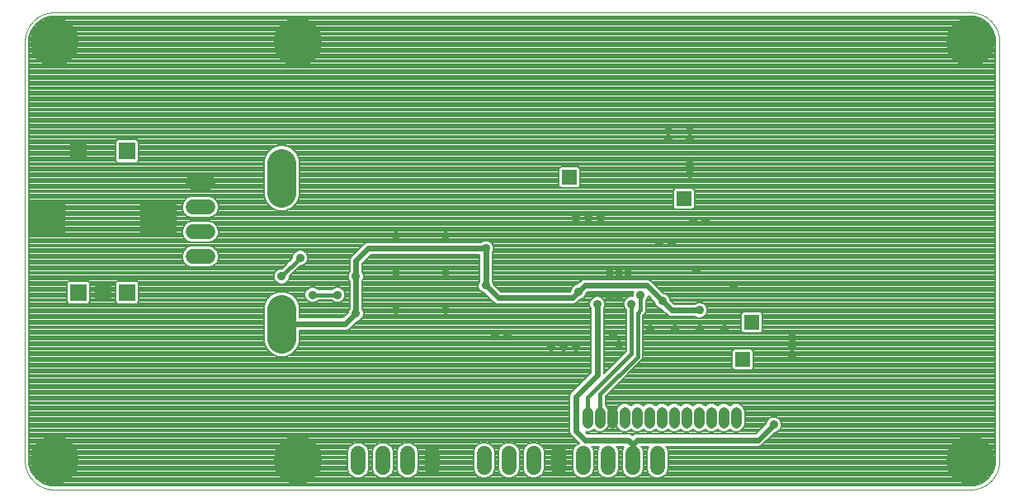
<source format=gbl>
G75*
%MOIN*%
%OFA0B0*%
%FSLAX25Y25*%
%IPPOS*%
%LPD*%
%AMOC8*
5,1,8,0,0,1.08239X$1,22.5*
%
%ADD10C,0.00394*%
%ADD11C,0.04362*%
%ADD12C,0.11811*%
%ADD13R,0.06693X0.06693*%
%ADD14R,0.14961X0.14961*%
%ADD15C,0.05937*%
%ADD16C,0.00787*%
%ADD17C,0.19685*%
%ADD18C,0.03562*%
%ADD19C,0.02400*%
%ADD20R,0.05906X0.05906*%
%ADD21C,0.01600*%
D10*
X0027595Y0013833D02*
X0027595Y0183125D01*
X0027598Y0183410D01*
X0027609Y0183696D01*
X0027626Y0183981D01*
X0027650Y0184265D01*
X0027681Y0184549D01*
X0027719Y0184832D01*
X0027764Y0185113D01*
X0027815Y0185394D01*
X0027873Y0185674D01*
X0027938Y0185952D01*
X0028010Y0186228D01*
X0028088Y0186502D01*
X0028173Y0186775D01*
X0028265Y0187045D01*
X0028363Y0187313D01*
X0028467Y0187579D01*
X0028578Y0187842D01*
X0028695Y0188102D01*
X0028818Y0188360D01*
X0028948Y0188614D01*
X0029084Y0188865D01*
X0029225Y0189113D01*
X0029373Y0189357D01*
X0029526Y0189598D01*
X0029686Y0189834D01*
X0029851Y0190067D01*
X0030021Y0190296D01*
X0030197Y0190521D01*
X0030379Y0190741D01*
X0030565Y0190957D01*
X0030757Y0191168D01*
X0030954Y0191375D01*
X0031156Y0191577D01*
X0031363Y0191774D01*
X0031574Y0191966D01*
X0031790Y0192152D01*
X0032010Y0192334D01*
X0032235Y0192510D01*
X0032464Y0192680D01*
X0032697Y0192845D01*
X0032933Y0193005D01*
X0033174Y0193158D01*
X0033418Y0193306D01*
X0033666Y0193447D01*
X0033917Y0193583D01*
X0034171Y0193713D01*
X0034429Y0193836D01*
X0034689Y0193953D01*
X0034952Y0194064D01*
X0035218Y0194168D01*
X0035486Y0194266D01*
X0035756Y0194358D01*
X0036029Y0194443D01*
X0036303Y0194521D01*
X0036579Y0194593D01*
X0036857Y0194658D01*
X0037137Y0194716D01*
X0037418Y0194767D01*
X0037699Y0194812D01*
X0037982Y0194850D01*
X0038266Y0194881D01*
X0038550Y0194905D01*
X0038835Y0194922D01*
X0039121Y0194933D01*
X0039406Y0194936D01*
X0409485Y0194936D01*
X0409770Y0194933D01*
X0410056Y0194922D01*
X0410341Y0194905D01*
X0410625Y0194881D01*
X0410909Y0194850D01*
X0411192Y0194812D01*
X0411473Y0194767D01*
X0411754Y0194716D01*
X0412034Y0194658D01*
X0412312Y0194593D01*
X0412588Y0194521D01*
X0412862Y0194443D01*
X0413135Y0194358D01*
X0413405Y0194266D01*
X0413673Y0194168D01*
X0413939Y0194064D01*
X0414202Y0193953D01*
X0414462Y0193836D01*
X0414720Y0193713D01*
X0414974Y0193583D01*
X0415225Y0193447D01*
X0415473Y0193306D01*
X0415717Y0193158D01*
X0415958Y0193005D01*
X0416194Y0192845D01*
X0416427Y0192680D01*
X0416656Y0192510D01*
X0416881Y0192334D01*
X0417101Y0192152D01*
X0417317Y0191966D01*
X0417528Y0191774D01*
X0417735Y0191577D01*
X0417937Y0191375D01*
X0418134Y0191168D01*
X0418326Y0190957D01*
X0418512Y0190741D01*
X0418694Y0190521D01*
X0418870Y0190296D01*
X0419040Y0190067D01*
X0419205Y0189834D01*
X0419365Y0189598D01*
X0419518Y0189357D01*
X0419666Y0189113D01*
X0419807Y0188865D01*
X0419943Y0188614D01*
X0420073Y0188360D01*
X0420196Y0188102D01*
X0420313Y0187842D01*
X0420424Y0187579D01*
X0420528Y0187313D01*
X0420626Y0187045D01*
X0420718Y0186775D01*
X0420803Y0186502D01*
X0420881Y0186228D01*
X0420953Y0185952D01*
X0421018Y0185674D01*
X0421076Y0185394D01*
X0421127Y0185113D01*
X0421172Y0184832D01*
X0421210Y0184549D01*
X0421241Y0184265D01*
X0421265Y0183981D01*
X0421282Y0183696D01*
X0421293Y0183410D01*
X0421296Y0183125D01*
X0421296Y0013833D01*
X0421293Y0013548D01*
X0421282Y0013262D01*
X0421265Y0012977D01*
X0421241Y0012693D01*
X0421210Y0012409D01*
X0421172Y0012126D01*
X0421127Y0011845D01*
X0421076Y0011564D01*
X0421018Y0011284D01*
X0420953Y0011006D01*
X0420881Y0010730D01*
X0420803Y0010456D01*
X0420718Y0010183D01*
X0420626Y0009913D01*
X0420528Y0009645D01*
X0420424Y0009379D01*
X0420313Y0009116D01*
X0420196Y0008856D01*
X0420073Y0008598D01*
X0419943Y0008344D01*
X0419807Y0008093D01*
X0419666Y0007845D01*
X0419518Y0007601D01*
X0419365Y0007360D01*
X0419205Y0007124D01*
X0419040Y0006891D01*
X0418870Y0006662D01*
X0418694Y0006437D01*
X0418512Y0006217D01*
X0418326Y0006001D01*
X0418134Y0005790D01*
X0417937Y0005583D01*
X0417735Y0005381D01*
X0417528Y0005184D01*
X0417317Y0004992D01*
X0417101Y0004806D01*
X0416881Y0004624D01*
X0416656Y0004448D01*
X0416427Y0004278D01*
X0416194Y0004113D01*
X0415958Y0003953D01*
X0415717Y0003800D01*
X0415473Y0003652D01*
X0415225Y0003511D01*
X0414974Y0003375D01*
X0414720Y0003245D01*
X0414462Y0003122D01*
X0414202Y0003005D01*
X0413939Y0002894D01*
X0413673Y0002790D01*
X0413405Y0002692D01*
X0413135Y0002600D01*
X0412862Y0002515D01*
X0412588Y0002437D01*
X0412312Y0002365D01*
X0412034Y0002300D01*
X0411754Y0002242D01*
X0411473Y0002191D01*
X0411192Y0002146D01*
X0410909Y0002108D01*
X0410625Y0002077D01*
X0410341Y0002053D01*
X0410056Y0002036D01*
X0409770Y0002025D01*
X0409485Y0002022D01*
X0039406Y0002022D01*
X0039121Y0002025D01*
X0038835Y0002036D01*
X0038550Y0002053D01*
X0038266Y0002077D01*
X0037982Y0002108D01*
X0037699Y0002146D01*
X0037418Y0002191D01*
X0037137Y0002242D01*
X0036857Y0002300D01*
X0036579Y0002365D01*
X0036303Y0002437D01*
X0036029Y0002515D01*
X0035756Y0002600D01*
X0035486Y0002692D01*
X0035218Y0002790D01*
X0034952Y0002894D01*
X0034689Y0003005D01*
X0034429Y0003122D01*
X0034171Y0003245D01*
X0033917Y0003375D01*
X0033666Y0003511D01*
X0033418Y0003652D01*
X0033174Y0003800D01*
X0032933Y0003953D01*
X0032697Y0004113D01*
X0032464Y0004278D01*
X0032235Y0004448D01*
X0032010Y0004624D01*
X0031790Y0004806D01*
X0031574Y0004992D01*
X0031363Y0005184D01*
X0031156Y0005381D01*
X0030954Y0005583D01*
X0030757Y0005790D01*
X0030565Y0006001D01*
X0030379Y0006217D01*
X0030197Y0006437D01*
X0030021Y0006662D01*
X0029851Y0006891D01*
X0029686Y0007124D01*
X0029526Y0007360D01*
X0029373Y0007601D01*
X0029225Y0007845D01*
X0029084Y0008093D01*
X0028948Y0008344D01*
X0028818Y0008598D01*
X0028695Y0008856D01*
X0028578Y0009116D01*
X0028467Y0009379D01*
X0028363Y0009645D01*
X0028265Y0009913D01*
X0028173Y0010183D01*
X0028088Y0010456D01*
X0028010Y0010730D01*
X0027938Y0011006D01*
X0027873Y0011284D01*
X0027815Y0011564D01*
X0027764Y0011845D01*
X0027719Y0012126D01*
X0027681Y0012409D01*
X0027650Y0012693D01*
X0027626Y0012977D01*
X0027609Y0013262D01*
X0027598Y0013548D01*
X0027595Y0013833D01*
D11*
X0254879Y0028975D02*
X0254879Y0033337D01*
X0259879Y0033337D02*
X0259879Y0028975D01*
X0264879Y0028975D02*
X0264879Y0033337D01*
X0269879Y0033337D02*
X0269879Y0028975D01*
X0274879Y0028975D02*
X0274879Y0033337D01*
X0279879Y0033337D02*
X0279879Y0028975D01*
X0284879Y0028975D02*
X0284879Y0033337D01*
X0289879Y0033337D02*
X0289879Y0028975D01*
X0294879Y0028975D02*
X0294879Y0033337D01*
X0299879Y0033337D02*
X0299879Y0028975D01*
X0304879Y0028975D02*
X0304879Y0033337D01*
X0309879Y0033337D02*
X0309879Y0028975D01*
X0314879Y0028975D02*
X0314879Y0033337D01*
D12*
X0131335Y0063046D02*
X0131335Y0074857D01*
X0131335Y0122101D02*
X0131335Y0133912D01*
D13*
X0068934Y0138833D03*
X0049249Y0138833D03*
X0049249Y0081747D03*
X0059091Y0081747D03*
X0068934Y0081747D03*
D14*
X0081532Y0111274D03*
X0036650Y0111274D03*
D15*
X0095493Y0106274D02*
X0101430Y0106274D01*
X0101430Y0096274D02*
X0095493Y0096274D01*
X0095493Y0116274D02*
X0101430Y0116274D01*
X0101430Y0126274D02*
X0095493Y0126274D01*
X0162201Y0016802D02*
X0162201Y0010865D01*
X0172201Y0010865D02*
X0172201Y0016802D01*
X0182201Y0016802D02*
X0182201Y0010865D01*
X0192201Y0010865D02*
X0192201Y0016802D01*
X0213068Y0016802D02*
X0213068Y0010865D01*
X0223068Y0010865D02*
X0223068Y0016802D01*
X0233068Y0016802D02*
X0233068Y0010865D01*
X0243068Y0010865D02*
X0243068Y0016802D01*
X0253068Y0016802D02*
X0253068Y0010865D01*
X0263068Y0010865D02*
X0263068Y0016802D01*
X0273068Y0016802D02*
X0273068Y0010865D01*
X0283068Y0010865D02*
X0283068Y0016802D01*
D16*
X0287058Y0018526D02*
X0419705Y0018526D01*
X0419705Y0017741D02*
X0287383Y0017741D01*
X0287414Y0017666D02*
X0286752Y0019264D01*
X0286572Y0019444D01*
X0324358Y0019444D01*
X0325305Y0019837D01*
X0330582Y0025113D01*
X0330724Y0025113D01*
X0331885Y0025594D01*
X0332773Y0026483D01*
X0333254Y0027644D01*
X0333254Y0028901D01*
X0332773Y0030062D01*
X0331885Y0030950D01*
X0330724Y0031431D01*
X0329467Y0031431D01*
X0328306Y0030950D01*
X0327417Y0030062D01*
X0326936Y0028901D01*
X0326936Y0028759D01*
X0322777Y0024600D01*
X0274277Y0024600D01*
X0273330Y0024208D01*
X0273068Y0023946D01*
X0272805Y0024208D01*
X0271858Y0024600D01*
X0254913Y0024600D01*
X0254045Y0025468D01*
X0254171Y0025416D01*
X0255587Y0025416D01*
X0256895Y0025958D01*
X0257379Y0026442D01*
X0257863Y0025958D01*
X0259171Y0025416D01*
X0260587Y0025416D01*
X0261895Y0025958D01*
X0262896Y0026959D01*
X0263438Y0028267D01*
X0263438Y0034045D01*
X0262896Y0035353D01*
X0262057Y0036193D01*
X0262057Y0039654D01*
X0277273Y0054870D01*
X0277273Y0072370D01*
X0278523Y0073620D01*
X0278523Y0078483D01*
X0279023Y0078983D01*
X0279504Y0080144D01*
X0279504Y0080217D01*
X0281936Y0077786D01*
X0281936Y0077644D01*
X0282417Y0076483D01*
X0283306Y0075594D01*
X0284467Y0075113D01*
X0284608Y0075113D01*
X0287385Y0072337D01*
X0288332Y0071944D01*
X0298205Y0071944D01*
X0298306Y0071844D01*
X0299467Y0071363D01*
X0300724Y0071363D01*
X0301885Y0071844D01*
X0302773Y0072733D01*
X0303254Y0073894D01*
X0303254Y0075151D01*
X0302773Y0076312D01*
X0301885Y0077200D01*
X0300724Y0077681D01*
X0299467Y0077681D01*
X0298306Y0077200D01*
X0298205Y0077100D01*
X0289913Y0077100D01*
X0288254Y0078759D01*
X0288254Y0078901D01*
X0287773Y0080062D01*
X0286885Y0080950D01*
X0285724Y0081431D01*
X0285582Y0081431D01*
X0280305Y0086708D01*
X0279358Y0087100D01*
X0253332Y0087100D01*
X0252385Y0086708D01*
X0251660Y0085983D01*
X0250858Y0085181D01*
X0250717Y0085181D01*
X0249556Y0084700D01*
X0248667Y0083812D01*
X0248186Y0082651D01*
X0248186Y0082509D01*
X0247777Y0082100D01*
X0219913Y0082100D01*
X0217004Y0085009D01*
X0217004Y0085151D01*
X0216523Y0086312D01*
X0216423Y0086412D01*
X0216423Y0097633D01*
X0216523Y0097733D01*
X0217004Y0098894D01*
X0217004Y0100151D01*
X0216523Y0101312D01*
X0215635Y0102200D01*
X0214474Y0102681D01*
X0213217Y0102681D01*
X0212056Y0102200D01*
X0211955Y0102100D01*
X0165832Y0102100D01*
X0164885Y0101708D01*
X0164160Y0100983D01*
X0159160Y0095983D01*
X0158767Y0095035D01*
X0158767Y0090162D01*
X0158667Y0090062D01*
X0158186Y0088901D01*
X0158186Y0087644D01*
X0158667Y0086483D01*
X0158767Y0086383D01*
X0158767Y0075162D01*
X0158667Y0075062D01*
X0158186Y0073901D01*
X0158186Y0073759D01*
X0155956Y0071529D01*
X0138619Y0071529D01*
X0138619Y0076306D01*
X0137510Y0078983D01*
X0135461Y0081032D01*
X0132784Y0082140D01*
X0129887Y0082140D01*
X0127210Y0081032D01*
X0125161Y0078983D01*
X0124052Y0076306D01*
X0124052Y0061597D01*
X0125161Y0058920D01*
X0127210Y0056871D01*
X0129887Y0055762D01*
X0132784Y0055762D01*
X0135461Y0056871D01*
X0137510Y0058920D01*
X0138619Y0061597D01*
X0138619Y0066373D01*
X0157537Y0066373D01*
X0158485Y0066766D01*
X0161832Y0070113D01*
X0161974Y0070113D01*
X0163135Y0070594D01*
X0164023Y0071483D01*
X0164504Y0072644D01*
X0164504Y0073901D01*
X0164023Y0075062D01*
X0163923Y0075162D01*
X0163923Y0086383D01*
X0164023Y0086483D01*
X0164504Y0087644D01*
X0164504Y0088901D01*
X0164023Y0090062D01*
X0163923Y0090162D01*
X0163923Y0093454D01*
X0167413Y0096944D01*
X0211267Y0096944D01*
X0211267Y0086412D01*
X0211167Y0086312D01*
X0210686Y0085151D01*
X0210686Y0083894D01*
X0211167Y0082733D01*
X0212056Y0081844D01*
X0213217Y0081363D01*
X0213358Y0081363D01*
X0216660Y0078062D01*
X0217385Y0077337D01*
X0218332Y0076944D01*
X0249358Y0076944D01*
X0250305Y0077337D01*
X0251832Y0078863D01*
X0251974Y0078863D01*
X0253135Y0079344D01*
X0254023Y0080233D01*
X0254504Y0081394D01*
X0254504Y0081536D01*
X0254913Y0081944D01*
X0273411Y0081944D01*
X0273186Y0081401D01*
X0273186Y0080181D01*
X0271967Y0080181D01*
X0270806Y0079700D01*
X0269917Y0078812D01*
X0269436Y0077651D01*
X0269436Y0076394D01*
X0269917Y0075233D01*
X0270417Y0074733D01*
X0270417Y0057924D01*
X0261423Y0048930D01*
X0261423Y0075133D01*
X0261523Y0075233D01*
X0262004Y0076394D01*
X0262004Y0077651D01*
X0261523Y0078812D01*
X0260635Y0079700D01*
X0259474Y0080181D01*
X0258217Y0080181D01*
X0257056Y0079700D01*
X0256167Y0078812D01*
X0255686Y0077651D01*
X0255686Y0076394D01*
X0256167Y0075233D01*
X0256267Y0075133D01*
X0256267Y0049340D01*
X0247910Y0040983D01*
X0247517Y0040035D01*
X0247517Y0025260D01*
X0247910Y0024312D01*
X0248635Y0023587D01*
X0251404Y0020817D01*
X0250606Y0020487D01*
X0249383Y0019264D01*
X0248721Y0017666D01*
X0248721Y0010000D01*
X0249383Y0008403D01*
X0250606Y0007180D01*
X0252203Y0006518D01*
X0253932Y0006518D01*
X0255530Y0007180D01*
X0256752Y0008403D01*
X0257414Y0010000D01*
X0257414Y0017666D01*
X0256752Y0019264D01*
X0256572Y0019444D01*
X0259563Y0019444D01*
X0259383Y0019264D01*
X0258721Y0017666D01*
X0258721Y0010000D01*
X0259383Y0008403D01*
X0260606Y0007180D01*
X0262203Y0006518D01*
X0263932Y0006518D01*
X0265530Y0007180D01*
X0266752Y0008403D01*
X0267414Y0010000D01*
X0267414Y0017666D01*
X0266752Y0019264D01*
X0266572Y0019444D01*
X0269563Y0019444D01*
X0269383Y0019264D01*
X0268721Y0017666D01*
X0268721Y0010000D01*
X0269383Y0008403D01*
X0270606Y0007180D01*
X0272203Y0006518D01*
X0273932Y0006518D01*
X0275530Y0007180D01*
X0276752Y0008403D01*
X0277414Y0010000D01*
X0277414Y0017666D01*
X0276752Y0019264D01*
X0276572Y0019444D01*
X0279563Y0019444D01*
X0279383Y0019264D01*
X0278721Y0017666D01*
X0278721Y0010000D01*
X0279383Y0008403D01*
X0280606Y0007180D01*
X0282203Y0006518D01*
X0283932Y0006518D01*
X0285530Y0007180D01*
X0286752Y0008403D01*
X0287414Y0010000D01*
X0287414Y0017666D01*
X0287414Y0016955D02*
X0419705Y0016955D01*
X0419705Y0016169D02*
X0287414Y0016169D01*
X0287414Y0015383D02*
X0419705Y0015383D01*
X0419705Y0014597D02*
X0287414Y0014597D01*
X0287414Y0013811D02*
X0419704Y0013811D01*
X0419705Y0013833D02*
X0419580Y0012234D01*
X0418591Y0009193D01*
X0416712Y0006606D01*
X0414125Y0004727D01*
X0411084Y0003739D01*
X0409485Y0003613D01*
X0039406Y0003613D01*
X0037807Y0003739D01*
X0034766Y0004727D01*
X0032179Y0006606D01*
X0030300Y0009193D01*
X0029312Y0012234D01*
X0029186Y0013833D01*
X0029186Y0183125D01*
X0029312Y0184723D01*
X0030300Y0187765D01*
X0032179Y0190352D01*
X0034766Y0192231D01*
X0037807Y0193219D01*
X0039406Y0193345D01*
X0409485Y0193345D01*
X0411084Y0193219D01*
X0414125Y0192231D01*
X0416712Y0190352D01*
X0418591Y0187765D01*
X0419580Y0184723D01*
X0419705Y0183125D01*
X0419705Y0013833D01*
X0419642Y0013025D02*
X0287414Y0013025D01*
X0287414Y0012239D02*
X0419580Y0012239D01*
X0419326Y0011453D02*
X0287414Y0011453D01*
X0287414Y0010667D02*
X0419070Y0010667D01*
X0418815Y0009881D02*
X0287365Y0009881D01*
X0287039Y0009096D02*
X0418520Y0009096D01*
X0417949Y0008310D02*
X0286659Y0008310D01*
X0285873Y0007524D02*
X0417378Y0007524D01*
X0416807Y0006738D02*
X0284462Y0006738D01*
X0281673Y0006738D02*
X0274462Y0006738D01*
X0275873Y0007524D02*
X0280262Y0007524D01*
X0279476Y0008310D02*
X0276659Y0008310D01*
X0277039Y0009096D02*
X0279096Y0009096D01*
X0278770Y0009881D02*
X0277365Y0009881D01*
X0277414Y0010667D02*
X0278721Y0010667D01*
X0278721Y0011453D02*
X0277414Y0011453D01*
X0277414Y0012239D02*
X0278721Y0012239D01*
X0278721Y0013025D02*
X0277414Y0013025D01*
X0277414Y0013811D02*
X0278721Y0013811D01*
X0278721Y0014597D02*
X0277414Y0014597D01*
X0277414Y0015383D02*
X0278721Y0015383D01*
X0278721Y0016169D02*
X0277414Y0016169D01*
X0277414Y0016955D02*
X0278721Y0016955D01*
X0278752Y0017741D02*
X0277383Y0017741D01*
X0277058Y0018526D02*
X0279077Y0018526D01*
X0279431Y0019312D02*
X0276704Y0019312D01*
X0273150Y0024028D02*
X0272985Y0024028D01*
X0273727Y0025600D02*
X0271030Y0025600D01*
X0270587Y0025416D02*
X0271895Y0025958D01*
X0272379Y0026442D01*
X0272863Y0025958D01*
X0274171Y0025416D01*
X0275587Y0025416D01*
X0276895Y0025958D01*
X0277379Y0026442D01*
X0277863Y0025958D01*
X0279171Y0025416D01*
X0280587Y0025416D01*
X0281895Y0025958D01*
X0282379Y0026442D01*
X0282863Y0025958D01*
X0284171Y0025416D01*
X0285587Y0025416D01*
X0286895Y0025958D01*
X0287379Y0026442D01*
X0287863Y0025958D01*
X0289171Y0025416D01*
X0290587Y0025416D01*
X0291895Y0025958D01*
X0292379Y0026442D01*
X0292863Y0025958D01*
X0294171Y0025416D01*
X0295587Y0025416D01*
X0296895Y0025958D01*
X0297379Y0026442D01*
X0297863Y0025958D01*
X0299171Y0025416D01*
X0300587Y0025416D01*
X0301895Y0025958D01*
X0302379Y0026442D01*
X0302863Y0025958D01*
X0304171Y0025416D01*
X0305587Y0025416D01*
X0306895Y0025958D01*
X0307379Y0026442D01*
X0307863Y0025958D01*
X0309171Y0025416D01*
X0310587Y0025416D01*
X0311895Y0025958D01*
X0312379Y0026442D01*
X0312863Y0025958D01*
X0314171Y0025416D01*
X0315587Y0025416D01*
X0316895Y0025958D01*
X0317896Y0026959D01*
X0318438Y0028267D01*
X0318438Y0034045D01*
X0317896Y0035353D01*
X0316895Y0036354D01*
X0315587Y0036896D01*
X0314171Y0036896D01*
X0312863Y0036354D01*
X0312379Y0035871D01*
X0311895Y0036354D01*
X0310587Y0036896D01*
X0309171Y0036896D01*
X0307863Y0036354D01*
X0307379Y0035871D01*
X0306895Y0036354D01*
X0305587Y0036896D01*
X0304171Y0036896D01*
X0302863Y0036354D01*
X0302379Y0035871D01*
X0301895Y0036354D01*
X0300587Y0036896D01*
X0299171Y0036896D01*
X0297863Y0036354D01*
X0297379Y0035871D01*
X0296895Y0036354D01*
X0295587Y0036896D01*
X0294171Y0036896D01*
X0292863Y0036354D01*
X0292379Y0035871D01*
X0291895Y0036354D01*
X0290587Y0036896D01*
X0289171Y0036896D01*
X0287863Y0036354D01*
X0287379Y0035871D01*
X0286895Y0036354D01*
X0285587Y0036896D01*
X0284171Y0036896D01*
X0282863Y0036354D01*
X0282379Y0035871D01*
X0281895Y0036354D01*
X0280587Y0036896D01*
X0279171Y0036896D01*
X0277863Y0036354D01*
X0277379Y0035871D01*
X0276895Y0036354D01*
X0275587Y0036896D01*
X0274171Y0036896D01*
X0272863Y0036354D01*
X0272379Y0035871D01*
X0271895Y0036354D01*
X0270587Y0036896D01*
X0269171Y0036896D01*
X0267863Y0036354D01*
X0266861Y0035353D01*
X0266320Y0034045D01*
X0266320Y0028267D01*
X0266861Y0026959D01*
X0267863Y0025958D01*
X0269171Y0025416D01*
X0270587Y0025416D01*
X0268727Y0025600D02*
X0261030Y0025600D01*
X0262322Y0026386D02*
X0267435Y0026386D01*
X0266773Y0027172D02*
X0262984Y0027172D01*
X0263309Y0027957D02*
X0266448Y0027957D01*
X0266320Y0028743D02*
X0263438Y0028743D01*
X0263438Y0029529D02*
X0266320Y0029529D01*
X0266320Y0030315D02*
X0263438Y0030315D01*
X0263438Y0031101D02*
X0266320Y0031101D01*
X0266320Y0031887D02*
X0263438Y0031887D01*
X0263438Y0032673D02*
X0266320Y0032673D01*
X0266320Y0033459D02*
X0263438Y0033459D01*
X0263355Y0034245D02*
X0266402Y0034245D01*
X0266728Y0035031D02*
X0263029Y0035031D01*
X0262433Y0035817D02*
X0267325Y0035817D01*
X0268461Y0036602D02*
X0262057Y0036602D01*
X0262057Y0037388D02*
X0419705Y0037388D01*
X0419705Y0036602D02*
X0316296Y0036602D01*
X0317433Y0035817D02*
X0419705Y0035817D01*
X0419705Y0035031D02*
X0318029Y0035031D01*
X0318355Y0034245D02*
X0419705Y0034245D01*
X0419705Y0033459D02*
X0318438Y0033459D01*
X0318438Y0032673D02*
X0419705Y0032673D01*
X0419705Y0031887D02*
X0318438Y0031887D01*
X0318438Y0031101D02*
X0328669Y0031101D01*
X0327670Y0030315D02*
X0318438Y0030315D01*
X0318438Y0029529D02*
X0327196Y0029529D01*
X0326920Y0028743D02*
X0318438Y0028743D01*
X0318309Y0027957D02*
X0326134Y0027957D01*
X0325349Y0027172D02*
X0317984Y0027172D01*
X0317322Y0026386D02*
X0324563Y0026386D01*
X0323777Y0025600D02*
X0316030Y0025600D01*
X0313727Y0025600D02*
X0311030Y0025600D01*
X0312322Y0026386D02*
X0312435Y0026386D01*
X0308727Y0025600D02*
X0306030Y0025600D01*
X0307322Y0026386D02*
X0307435Y0026386D01*
X0303727Y0025600D02*
X0301030Y0025600D01*
X0302322Y0026386D02*
X0302435Y0026386D01*
X0298727Y0025600D02*
X0296030Y0025600D01*
X0297322Y0026386D02*
X0297435Y0026386D01*
X0293727Y0025600D02*
X0291030Y0025600D01*
X0292322Y0026386D02*
X0292435Y0026386D01*
X0288727Y0025600D02*
X0286030Y0025600D01*
X0287322Y0026386D02*
X0287435Y0026386D01*
X0283727Y0025600D02*
X0281030Y0025600D01*
X0282322Y0026386D02*
X0282435Y0026386D01*
X0278727Y0025600D02*
X0276030Y0025600D01*
X0277322Y0026386D02*
X0277435Y0026386D01*
X0272435Y0026386D02*
X0272322Y0026386D01*
X0269431Y0019312D02*
X0266704Y0019312D01*
X0267058Y0018526D02*
X0269077Y0018526D01*
X0268752Y0017741D02*
X0267383Y0017741D01*
X0267414Y0016955D02*
X0268721Y0016955D01*
X0268721Y0016169D02*
X0267414Y0016169D01*
X0267414Y0015383D02*
X0268721Y0015383D01*
X0268721Y0014597D02*
X0267414Y0014597D01*
X0267414Y0013811D02*
X0268721Y0013811D01*
X0268721Y0013025D02*
X0267414Y0013025D01*
X0267414Y0012239D02*
X0268721Y0012239D01*
X0268721Y0011453D02*
X0267414Y0011453D01*
X0267414Y0010667D02*
X0268721Y0010667D01*
X0268770Y0009881D02*
X0267365Y0009881D01*
X0267039Y0009096D02*
X0269096Y0009096D01*
X0269476Y0008310D02*
X0266659Y0008310D01*
X0265873Y0007524D02*
X0270262Y0007524D01*
X0271673Y0006738D02*
X0264462Y0006738D01*
X0261673Y0006738D02*
X0254462Y0006738D01*
X0255873Y0007524D02*
X0260262Y0007524D01*
X0259476Y0008310D02*
X0256659Y0008310D01*
X0257039Y0009096D02*
X0259096Y0009096D01*
X0258770Y0009881D02*
X0257365Y0009881D01*
X0257414Y0010667D02*
X0258721Y0010667D01*
X0258721Y0011453D02*
X0257414Y0011453D01*
X0257414Y0012239D02*
X0258721Y0012239D01*
X0258721Y0013025D02*
X0257414Y0013025D01*
X0257414Y0013811D02*
X0258721Y0013811D01*
X0258721Y0014597D02*
X0257414Y0014597D01*
X0257414Y0015383D02*
X0258721Y0015383D01*
X0258721Y0016169D02*
X0257414Y0016169D01*
X0257414Y0016955D02*
X0258721Y0016955D01*
X0258752Y0017741D02*
X0257383Y0017741D01*
X0257058Y0018526D02*
X0259077Y0018526D01*
X0259431Y0019312D02*
X0256704Y0019312D01*
X0251337Y0020884D02*
X0234570Y0020884D01*
X0233932Y0021148D02*
X0232203Y0021148D01*
X0230606Y0020487D01*
X0229383Y0019264D01*
X0228721Y0017666D01*
X0228721Y0010000D01*
X0229383Y0008403D01*
X0230606Y0007180D01*
X0232203Y0006518D01*
X0233932Y0006518D01*
X0235530Y0007180D01*
X0236752Y0008403D01*
X0237414Y0010000D01*
X0237414Y0017666D01*
X0236752Y0019264D01*
X0235530Y0020487D01*
X0233932Y0021148D01*
X0235918Y0020098D02*
X0250217Y0020098D01*
X0249431Y0019312D02*
X0236704Y0019312D01*
X0237058Y0018526D02*
X0249077Y0018526D01*
X0248752Y0017741D02*
X0237383Y0017741D01*
X0237414Y0016955D02*
X0248721Y0016955D01*
X0248721Y0016169D02*
X0237414Y0016169D01*
X0237414Y0015383D02*
X0248721Y0015383D01*
X0248721Y0014597D02*
X0237414Y0014597D01*
X0237414Y0013811D02*
X0248721Y0013811D01*
X0248721Y0013025D02*
X0237414Y0013025D01*
X0237414Y0012239D02*
X0248721Y0012239D01*
X0248721Y0011453D02*
X0237414Y0011453D01*
X0237414Y0010667D02*
X0248721Y0010667D01*
X0248770Y0009881D02*
X0237365Y0009881D01*
X0237039Y0009096D02*
X0249096Y0009096D01*
X0249476Y0008310D02*
X0236659Y0008310D01*
X0235873Y0007524D02*
X0250262Y0007524D01*
X0251673Y0006738D02*
X0234462Y0006738D01*
X0231673Y0006738D02*
X0224462Y0006738D01*
X0223932Y0006518D02*
X0225530Y0007180D01*
X0226752Y0008403D01*
X0227414Y0010000D01*
X0227414Y0017666D01*
X0226752Y0019264D01*
X0225530Y0020487D01*
X0223932Y0021148D01*
X0222203Y0021148D01*
X0220606Y0020487D01*
X0219383Y0019264D01*
X0218721Y0017666D01*
X0218721Y0010000D01*
X0219383Y0008403D01*
X0220606Y0007180D01*
X0222203Y0006518D01*
X0223932Y0006518D01*
X0225873Y0007524D02*
X0230262Y0007524D01*
X0229476Y0008310D02*
X0226659Y0008310D01*
X0227039Y0009096D02*
X0229096Y0009096D01*
X0228770Y0009881D02*
X0227365Y0009881D01*
X0227414Y0010667D02*
X0228721Y0010667D01*
X0228721Y0011453D02*
X0227414Y0011453D01*
X0227414Y0012239D02*
X0228721Y0012239D01*
X0228721Y0013025D02*
X0227414Y0013025D01*
X0227414Y0013811D02*
X0228721Y0013811D01*
X0228721Y0014597D02*
X0227414Y0014597D01*
X0227414Y0015383D02*
X0228721Y0015383D01*
X0228721Y0016169D02*
X0227414Y0016169D01*
X0227414Y0016955D02*
X0228721Y0016955D01*
X0228752Y0017741D02*
X0227383Y0017741D01*
X0227058Y0018526D02*
X0229077Y0018526D01*
X0229431Y0019312D02*
X0226704Y0019312D01*
X0225918Y0020098D02*
X0230217Y0020098D01*
X0231566Y0020884D02*
X0224570Y0020884D01*
X0221566Y0020884D02*
X0214570Y0020884D01*
X0213932Y0021148D02*
X0212203Y0021148D01*
X0210606Y0020487D01*
X0209383Y0019264D01*
X0208721Y0017666D01*
X0208721Y0010000D01*
X0209383Y0008403D01*
X0210606Y0007180D01*
X0212203Y0006518D01*
X0213932Y0006518D01*
X0215530Y0007180D01*
X0216752Y0008403D01*
X0217414Y0010000D01*
X0217414Y0017666D01*
X0216752Y0019264D01*
X0215530Y0020487D01*
X0213932Y0021148D01*
X0215918Y0020098D02*
X0220217Y0020098D01*
X0219431Y0019312D02*
X0216704Y0019312D01*
X0217058Y0018526D02*
X0219077Y0018526D01*
X0218752Y0017741D02*
X0217383Y0017741D01*
X0217414Y0016955D02*
X0218721Y0016955D01*
X0218721Y0016169D02*
X0217414Y0016169D01*
X0217414Y0015383D02*
X0218721Y0015383D01*
X0218721Y0014597D02*
X0217414Y0014597D01*
X0217414Y0013811D02*
X0218721Y0013811D01*
X0218721Y0013025D02*
X0217414Y0013025D01*
X0217414Y0012239D02*
X0218721Y0012239D01*
X0218721Y0011453D02*
X0217414Y0011453D01*
X0217414Y0010667D02*
X0218721Y0010667D01*
X0218770Y0009881D02*
X0217365Y0009881D01*
X0217039Y0009096D02*
X0219096Y0009096D01*
X0219476Y0008310D02*
X0216659Y0008310D01*
X0215873Y0007524D02*
X0220262Y0007524D01*
X0221673Y0006738D02*
X0214462Y0006738D01*
X0211673Y0006738D02*
X0183596Y0006738D01*
X0183066Y0006518D02*
X0184663Y0007180D01*
X0185886Y0008403D01*
X0186548Y0010000D01*
X0186548Y0017666D01*
X0185886Y0019264D01*
X0184663Y0020487D01*
X0183066Y0021148D01*
X0181337Y0021148D01*
X0179739Y0020487D01*
X0178517Y0019264D01*
X0177855Y0017666D01*
X0177855Y0010000D01*
X0178517Y0008403D01*
X0179739Y0007180D01*
X0181337Y0006518D01*
X0183066Y0006518D01*
X0185007Y0007524D02*
X0210262Y0007524D01*
X0209476Y0008310D02*
X0185793Y0008310D01*
X0186173Y0009096D02*
X0209096Y0009096D01*
X0208770Y0009881D02*
X0186499Y0009881D01*
X0186548Y0010667D02*
X0208721Y0010667D01*
X0208721Y0011453D02*
X0186548Y0011453D01*
X0186548Y0012239D02*
X0208721Y0012239D01*
X0208721Y0013025D02*
X0186548Y0013025D01*
X0186548Y0013811D02*
X0208721Y0013811D01*
X0208721Y0014597D02*
X0186548Y0014597D01*
X0186548Y0015383D02*
X0208721Y0015383D01*
X0208721Y0016169D02*
X0186548Y0016169D01*
X0186548Y0016955D02*
X0208721Y0016955D01*
X0208752Y0017741D02*
X0186517Y0017741D01*
X0186192Y0018526D02*
X0209077Y0018526D01*
X0209431Y0019312D02*
X0185838Y0019312D01*
X0185052Y0020098D02*
X0210217Y0020098D01*
X0211566Y0020884D02*
X0183704Y0020884D01*
X0180699Y0020884D02*
X0173704Y0020884D01*
X0173066Y0021148D02*
X0171337Y0021148D01*
X0169739Y0020487D01*
X0168517Y0019264D01*
X0167855Y0017666D01*
X0167855Y0010000D01*
X0168517Y0008403D01*
X0169739Y0007180D01*
X0171337Y0006518D01*
X0173066Y0006518D01*
X0174663Y0007180D01*
X0175886Y0008403D01*
X0176548Y0010000D01*
X0176548Y0017666D01*
X0175886Y0019264D01*
X0174663Y0020487D01*
X0173066Y0021148D01*
X0175052Y0020098D02*
X0179351Y0020098D01*
X0178565Y0019312D02*
X0175838Y0019312D01*
X0176192Y0018526D02*
X0178211Y0018526D01*
X0177886Y0017741D02*
X0176517Y0017741D01*
X0176548Y0016955D02*
X0177855Y0016955D01*
X0177855Y0016169D02*
X0176548Y0016169D01*
X0176548Y0015383D02*
X0177855Y0015383D01*
X0177855Y0014597D02*
X0176548Y0014597D01*
X0176548Y0013811D02*
X0177855Y0013811D01*
X0177855Y0013025D02*
X0176548Y0013025D01*
X0176548Y0012239D02*
X0177855Y0012239D01*
X0177855Y0011453D02*
X0176548Y0011453D01*
X0176548Y0010667D02*
X0177855Y0010667D01*
X0177904Y0009881D02*
X0176499Y0009881D01*
X0176173Y0009096D02*
X0178230Y0009096D01*
X0178610Y0008310D02*
X0175793Y0008310D01*
X0175007Y0007524D02*
X0179396Y0007524D01*
X0180807Y0006738D02*
X0173596Y0006738D01*
X0170807Y0006738D02*
X0163596Y0006738D01*
X0163066Y0006518D02*
X0164663Y0007180D01*
X0165886Y0008403D01*
X0166548Y0010000D01*
X0166548Y0017666D01*
X0165886Y0019264D01*
X0164663Y0020487D01*
X0163066Y0021148D01*
X0161337Y0021148D01*
X0159739Y0020487D01*
X0158517Y0019264D01*
X0157855Y0017666D01*
X0157855Y0010000D01*
X0158517Y0008403D01*
X0159739Y0007180D01*
X0161337Y0006518D01*
X0163066Y0006518D01*
X0165007Y0007524D02*
X0169396Y0007524D01*
X0168610Y0008310D02*
X0165793Y0008310D01*
X0166173Y0009096D02*
X0168230Y0009096D01*
X0167904Y0009881D02*
X0166499Y0009881D01*
X0166548Y0010667D02*
X0167855Y0010667D01*
X0167855Y0011453D02*
X0166548Y0011453D01*
X0166548Y0012239D02*
X0167855Y0012239D01*
X0167855Y0013025D02*
X0166548Y0013025D01*
X0166548Y0013811D02*
X0167855Y0013811D01*
X0167855Y0014597D02*
X0166548Y0014597D01*
X0166548Y0015383D02*
X0167855Y0015383D01*
X0167855Y0016169D02*
X0166548Y0016169D01*
X0166548Y0016955D02*
X0167855Y0016955D01*
X0167886Y0017741D02*
X0166517Y0017741D01*
X0166192Y0018526D02*
X0168211Y0018526D01*
X0168565Y0019312D02*
X0165838Y0019312D01*
X0165052Y0020098D02*
X0169351Y0020098D01*
X0170699Y0020884D02*
X0163704Y0020884D01*
X0160699Y0020884D02*
X0029186Y0020884D01*
X0029186Y0020098D02*
X0159351Y0020098D01*
X0158565Y0019312D02*
X0029186Y0019312D01*
X0029186Y0018526D02*
X0158211Y0018526D01*
X0157886Y0017741D02*
X0029186Y0017741D01*
X0029186Y0016955D02*
X0157855Y0016955D01*
X0157855Y0016169D02*
X0029186Y0016169D01*
X0029186Y0015383D02*
X0157855Y0015383D01*
X0157855Y0014597D02*
X0029186Y0014597D01*
X0029187Y0013811D02*
X0157855Y0013811D01*
X0157855Y0013025D02*
X0029249Y0013025D01*
X0029311Y0012239D02*
X0157855Y0012239D01*
X0157855Y0011453D02*
X0029565Y0011453D01*
X0029821Y0010667D02*
X0157855Y0010667D01*
X0157904Y0009881D02*
X0030076Y0009881D01*
X0030371Y0009096D02*
X0158230Y0009096D01*
X0158610Y0008310D02*
X0030942Y0008310D01*
X0031513Y0007524D02*
X0159396Y0007524D01*
X0160807Y0006738D02*
X0032084Y0006738D01*
X0033080Y0005952D02*
X0415811Y0005952D01*
X0414729Y0005166D02*
X0034162Y0005166D01*
X0035833Y0004380D02*
X0413058Y0004380D01*
X0419705Y0019312D02*
X0286704Y0019312D01*
X0258727Y0025600D02*
X0256030Y0025600D01*
X0257322Y0026386D02*
X0257435Y0026386D01*
X0254699Y0024814D02*
X0322991Y0024814D01*
X0327925Y0022456D02*
X0419705Y0022456D01*
X0419705Y0021670D02*
X0327139Y0021670D01*
X0326353Y0020884D02*
X0419705Y0020884D01*
X0419705Y0020098D02*
X0325567Y0020098D01*
X0328711Y0023242D02*
X0419705Y0023242D01*
X0419705Y0024028D02*
X0329496Y0024028D01*
X0330282Y0024814D02*
X0419705Y0024814D01*
X0419705Y0025600D02*
X0331890Y0025600D01*
X0332676Y0026386D02*
X0419705Y0026386D01*
X0419705Y0027172D02*
X0333059Y0027172D01*
X0333254Y0027957D02*
X0419705Y0027957D01*
X0419705Y0028743D02*
X0333254Y0028743D01*
X0332994Y0029529D02*
X0419705Y0029529D01*
X0419705Y0030315D02*
X0332520Y0030315D01*
X0331521Y0031101D02*
X0419705Y0031101D01*
X0419705Y0038174D02*
X0262057Y0038174D01*
X0262057Y0038960D02*
X0419705Y0038960D01*
X0419705Y0039746D02*
X0262149Y0039746D01*
X0262935Y0040532D02*
X0419705Y0040532D01*
X0419705Y0041318D02*
X0263721Y0041318D01*
X0264507Y0042104D02*
X0419705Y0042104D01*
X0419705Y0042890D02*
X0265293Y0042890D01*
X0266079Y0043676D02*
X0419705Y0043676D01*
X0419705Y0044462D02*
X0266865Y0044462D01*
X0267650Y0045248D02*
X0419705Y0045248D01*
X0419705Y0046033D02*
X0268436Y0046033D01*
X0269222Y0046819D02*
X0419705Y0046819D01*
X0419705Y0047605D02*
X0270008Y0047605D01*
X0270794Y0048391D02*
X0419705Y0048391D01*
X0419705Y0049177D02*
X0271580Y0049177D01*
X0272366Y0049963D02*
X0419705Y0049963D01*
X0419705Y0050749D02*
X0321676Y0050749D01*
X0321926Y0050999D02*
X0321119Y0050192D01*
X0314072Y0050192D01*
X0313264Y0050999D01*
X0313264Y0058046D01*
X0314072Y0058853D01*
X0321119Y0058853D01*
X0321926Y0058046D01*
X0321926Y0050999D01*
X0321926Y0051535D02*
X0419705Y0051535D01*
X0419705Y0052321D02*
X0321926Y0052321D01*
X0321926Y0053107D02*
X0419705Y0053107D01*
X0419705Y0053893D02*
X0321926Y0053893D01*
X0321926Y0054678D02*
X0419705Y0054678D01*
X0419705Y0055464D02*
X0321926Y0055464D01*
X0321926Y0056250D02*
X0419705Y0056250D01*
X0419705Y0057036D02*
X0321926Y0057036D01*
X0321926Y0057822D02*
X0419705Y0057822D01*
X0419705Y0058608D02*
X0321364Y0058608D01*
X0313827Y0058608D02*
X0277273Y0058608D01*
X0277273Y0057822D02*
X0313264Y0057822D01*
X0313264Y0057036D02*
X0277273Y0057036D01*
X0277273Y0056250D02*
X0313264Y0056250D01*
X0313264Y0055464D02*
X0277273Y0055464D01*
X0277081Y0054678D02*
X0313264Y0054678D01*
X0313264Y0053893D02*
X0276295Y0053893D01*
X0275510Y0053107D02*
X0313264Y0053107D01*
X0313264Y0052321D02*
X0274724Y0052321D01*
X0273938Y0051535D02*
X0313264Y0051535D01*
X0313514Y0050749D02*
X0273152Y0050749D01*
X0267957Y0055464D02*
X0261423Y0055464D01*
X0261423Y0054678D02*
X0267171Y0054678D01*
X0266385Y0053893D02*
X0261423Y0053893D01*
X0261423Y0053107D02*
X0265599Y0053107D01*
X0264813Y0052321D02*
X0261423Y0052321D01*
X0261423Y0051535D02*
X0264028Y0051535D01*
X0263242Y0050749D02*
X0261423Y0050749D01*
X0261423Y0049963D02*
X0262456Y0049963D01*
X0261670Y0049177D02*
X0261423Y0049177D01*
X0256267Y0049963D02*
X0029186Y0049963D01*
X0029186Y0050749D02*
X0256267Y0050749D01*
X0256267Y0051535D02*
X0029186Y0051535D01*
X0029186Y0052321D02*
X0256267Y0052321D01*
X0256267Y0053107D02*
X0029186Y0053107D01*
X0029186Y0053893D02*
X0256267Y0053893D01*
X0256267Y0054678D02*
X0029186Y0054678D01*
X0029186Y0055464D02*
X0256267Y0055464D01*
X0256267Y0056250D02*
X0133962Y0056250D01*
X0135626Y0057036D02*
X0256267Y0057036D01*
X0256267Y0057822D02*
X0136412Y0057822D01*
X0137198Y0058608D02*
X0256267Y0058608D01*
X0256267Y0059394D02*
X0137706Y0059394D01*
X0138032Y0060180D02*
X0256267Y0060180D01*
X0256267Y0060966D02*
X0138357Y0060966D01*
X0138619Y0061752D02*
X0256267Y0061752D01*
X0256267Y0062538D02*
X0138619Y0062538D01*
X0138619Y0063324D02*
X0256267Y0063324D01*
X0256267Y0064109D02*
X0138619Y0064109D01*
X0138619Y0064895D02*
X0256267Y0064895D01*
X0256267Y0065681D02*
X0138619Y0065681D01*
X0138619Y0071969D02*
X0156396Y0071969D01*
X0157182Y0072754D02*
X0138619Y0072754D01*
X0138619Y0073540D02*
X0157967Y0073540D01*
X0158362Y0074326D02*
X0138619Y0074326D01*
X0138619Y0075112D02*
X0158717Y0075112D01*
X0158767Y0075898D02*
X0138619Y0075898D01*
X0138462Y0076684D02*
X0158767Y0076684D01*
X0158767Y0077470D02*
X0138137Y0077470D01*
X0137811Y0078256D02*
X0141894Y0078256D01*
X0142056Y0078094D02*
X0143217Y0077613D01*
X0144474Y0077613D01*
X0145635Y0078094D01*
X0146135Y0078594D01*
X0151555Y0078594D01*
X0152056Y0078094D01*
X0153217Y0077613D01*
X0154474Y0077613D01*
X0155635Y0078094D01*
X0156523Y0078983D01*
X0157004Y0080144D01*
X0157004Y0081401D01*
X0156523Y0082562D01*
X0155635Y0083450D01*
X0154474Y0083931D01*
X0153217Y0083931D01*
X0152056Y0083450D01*
X0151555Y0082950D01*
X0146135Y0082950D01*
X0145635Y0083450D01*
X0144474Y0083931D01*
X0143217Y0083931D01*
X0142056Y0083450D01*
X0141167Y0082562D01*
X0140686Y0081401D01*
X0140686Y0080144D01*
X0141167Y0078983D01*
X0142056Y0078094D01*
X0141143Y0079042D02*
X0137451Y0079042D01*
X0136665Y0079828D02*
X0140817Y0079828D01*
X0140686Y0080614D02*
X0135879Y0080614D01*
X0134573Y0081400D02*
X0140686Y0081400D01*
X0141011Y0082185D02*
X0073658Y0082185D01*
X0073658Y0081400D02*
X0128098Y0081400D01*
X0126792Y0080614D02*
X0073658Y0080614D01*
X0073658Y0079828D02*
X0126006Y0079828D01*
X0125220Y0079042D02*
X0073658Y0079042D01*
X0073658Y0078256D02*
X0124860Y0078256D01*
X0124534Y0077470D02*
X0073299Y0077470D01*
X0073658Y0077829D02*
X0072851Y0077022D01*
X0065016Y0077022D01*
X0064209Y0077829D01*
X0064209Y0085664D01*
X0065016Y0086471D01*
X0072851Y0086471D01*
X0073658Y0085664D01*
X0073658Y0077829D01*
X0073658Y0082971D02*
X0141577Y0082971D01*
X0142796Y0083757D02*
X0073658Y0083757D01*
X0073658Y0084543D02*
X0158767Y0084543D01*
X0158767Y0083757D02*
X0154894Y0083757D01*
X0156114Y0082971D02*
X0158767Y0082971D01*
X0158767Y0082185D02*
X0156679Y0082185D01*
X0157004Y0081400D02*
X0158767Y0081400D01*
X0158767Y0080614D02*
X0157004Y0080614D01*
X0156873Y0079828D02*
X0158767Y0079828D01*
X0158767Y0079042D02*
X0156548Y0079042D01*
X0155796Y0078256D02*
X0158767Y0078256D01*
X0163923Y0078256D02*
X0216466Y0078256D01*
X0216660Y0078062D02*
X0216660Y0078062D01*
X0217252Y0077470D02*
X0163923Y0077470D01*
X0163923Y0076684D02*
X0255686Y0076684D01*
X0255686Y0077470D02*
X0250439Y0077470D01*
X0251224Y0078256D02*
X0255937Y0078256D01*
X0256397Y0079042D02*
X0252404Y0079042D01*
X0253618Y0079828D02*
X0257363Y0079828D01*
X0260327Y0079828D02*
X0271113Y0079828D01*
X0270147Y0079042D02*
X0261293Y0079042D01*
X0261754Y0078256D02*
X0269687Y0078256D01*
X0269436Y0077470D02*
X0262004Y0077470D01*
X0262004Y0076684D02*
X0269436Y0076684D01*
X0269641Y0075898D02*
X0261799Y0075898D01*
X0261423Y0075112D02*
X0270038Y0075112D01*
X0270417Y0074326D02*
X0261423Y0074326D01*
X0261423Y0073540D02*
X0270417Y0073540D01*
X0270417Y0072754D02*
X0261423Y0072754D01*
X0261423Y0071969D02*
X0270417Y0071969D01*
X0270417Y0071183D02*
X0261423Y0071183D01*
X0261423Y0070397D02*
X0270417Y0070397D01*
X0270417Y0069611D02*
X0261423Y0069611D01*
X0261423Y0068825D02*
X0270417Y0068825D01*
X0270417Y0068039D02*
X0261423Y0068039D01*
X0261423Y0067253D02*
X0270417Y0067253D01*
X0270417Y0066467D02*
X0261423Y0066467D01*
X0261423Y0065681D02*
X0270417Y0065681D01*
X0270417Y0064895D02*
X0261423Y0064895D01*
X0261423Y0064109D02*
X0270417Y0064109D01*
X0270417Y0063324D02*
X0261423Y0063324D01*
X0261423Y0062538D02*
X0270417Y0062538D01*
X0270417Y0061752D02*
X0261423Y0061752D01*
X0261423Y0060966D02*
X0270417Y0060966D01*
X0270417Y0060180D02*
X0261423Y0060180D01*
X0261423Y0059394D02*
X0270417Y0059394D01*
X0270417Y0058608D02*
X0261423Y0058608D01*
X0261423Y0057822D02*
X0270315Y0057822D01*
X0269529Y0057036D02*
X0261423Y0057036D01*
X0261423Y0056250D02*
X0268743Y0056250D01*
X0277273Y0059394D02*
X0419705Y0059394D01*
X0419705Y0060180D02*
X0277273Y0060180D01*
X0277273Y0060966D02*
X0419705Y0060966D01*
X0419705Y0061752D02*
X0277273Y0061752D01*
X0277273Y0062538D02*
X0419705Y0062538D01*
X0419705Y0063324D02*
X0277273Y0063324D01*
X0277273Y0064109D02*
X0419705Y0064109D01*
X0419705Y0064895D02*
X0277273Y0064895D01*
X0277273Y0065681D02*
X0317332Y0065681D01*
X0317014Y0065999D02*
X0317822Y0065192D01*
X0324869Y0065192D01*
X0325676Y0065999D01*
X0325676Y0073046D01*
X0324869Y0073853D01*
X0317822Y0073853D01*
X0317014Y0073046D01*
X0317014Y0065999D01*
X0317014Y0066467D02*
X0277273Y0066467D01*
X0277273Y0067253D02*
X0317014Y0067253D01*
X0317014Y0068039D02*
X0277273Y0068039D01*
X0277273Y0068825D02*
X0317014Y0068825D01*
X0317014Y0069611D02*
X0277273Y0069611D01*
X0277273Y0070397D02*
X0317014Y0070397D01*
X0317014Y0071183D02*
X0277273Y0071183D01*
X0277273Y0071969D02*
X0288274Y0071969D01*
X0286967Y0072754D02*
X0277657Y0072754D01*
X0278443Y0073540D02*
X0286181Y0073540D01*
X0285395Y0074326D02*
X0278523Y0074326D01*
X0278523Y0075112D02*
X0284609Y0075112D01*
X0283002Y0075898D02*
X0278523Y0075898D01*
X0278523Y0076684D02*
X0282334Y0076684D01*
X0282008Y0077470D02*
X0278523Y0077470D01*
X0278523Y0078256D02*
X0281466Y0078256D01*
X0280680Y0079042D02*
X0279048Y0079042D01*
X0279373Y0079828D02*
X0279894Y0079828D01*
X0273186Y0080614D02*
X0254181Y0080614D01*
X0254504Y0081400D02*
X0273186Y0081400D01*
X0280898Y0086115D02*
X0419705Y0086115D01*
X0419705Y0086901D02*
X0279839Y0086901D01*
X0281684Y0085329D02*
X0419705Y0085329D01*
X0419705Y0084543D02*
X0282470Y0084543D01*
X0283256Y0083757D02*
X0419705Y0083757D01*
X0419705Y0082971D02*
X0284042Y0082971D01*
X0284828Y0082185D02*
X0419705Y0082185D01*
X0419705Y0081400D02*
X0285800Y0081400D01*
X0287221Y0080614D02*
X0419705Y0080614D01*
X0419705Y0079828D02*
X0287870Y0079828D01*
X0288196Y0079042D02*
X0419705Y0079042D01*
X0419705Y0078256D02*
X0288757Y0078256D01*
X0289543Y0077470D02*
X0298956Y0077470D01*
X0301234Y0077470D02*
X0419705Y0077470D01*
X0419705Y0076684D02*
X0302401Y0076684D01*
X0302945Y0075898D02*
X0419705Y0075898D01*
X0419705Y0075112D02*
X0303254Y0075112D01*
X0303254Y0074326D02*
X0419705Y0074326D01*
X0419705Y0073540D02*
X0325181Y0073540D01*
X0325676Y0072754D02*
X0419705Y0072754D01*
X0419705Y0071969D02*
X0325676Y0071969D01*
X0325676Y0071183D02*
X0419705Y0071183D01*
X0419705Y0070397D02*
X0325676Y0070397D01*
X0325676Y0069611D02*
X0419705Y0069611D01*
X0419705Y0068825D02*
X0325676Y0068825D01*
X0325676Y0068039D02*
X0419705Y0068039D01*
X0419705Y0067253D02*
X0325676Y0067253D01*
X0325676Y0066467D02*
X0419705Y0066467D01*
X0419705Y0065681D02*
X0325358Y0065681D01*
X0317014Y0071969D02*
X0302009Y0071969D01*
X0302782Y0072754D02*
X0317014Y0072754D01*
X0317509Y0073540D02*
X0303108Y0073540D01*
X0256267Y0073540D02*
X0164504Y0073540D01*
X0164504Y0072754D02*
X0256267Y0072754D01*
X0256267Y0071969D02*
X0164224Y0071969D01*
X0163723Y0071183D02*
X0256267Y0071183D01*
X0256267Y0070397D02*
X0162658Y0070397D01*
X0161329Y0069611D02*
X0256267Y0069611D01*
X0256267Y0068825D02*
X0160544Y0068825D01*
X0159758Y0068039D02*
X0256267Y0068039D01*
X0256267Y0067253D02*
X0158972Y0067253D01*
X0157763Y0066467D02*
X0256267Y0066467D01*
X0256267Y0074326D02*
X0164328Y0074326D01*
X0163973Y0075112D02*
X0256267Y0075112D01*
X0255891Y0075898D02*
X0163923Y0075898D01*
X0163923Y0079042D02*
X0215680Y0079042D01*
X0214894Y0079828D02*
X0163923Y0079828D01*
X0163923Y0080614D02*
X0214108Y0080614D01*
X0213129Y0081400D02*
X0163923Y0081400D01*
X0163923Y0082185D02*
X0211714Y0082185D01*
X0211068Y0082971D02*
X0163923Y0082971D01*
X0163923Y0083757D02*
X0210743Y0083757D01*
X0210686Y0084543D02*
X0163923Y0084543D01*
X0163923Y0085329D02*
X0210760Y0085329D01*
X0211086Y0086115D02*
X0163923Y0086115D01*
X0164196Y0086901D02*
X0211267Y0086901D01*
X0211267Y0087687D02*
X0164504Y0087687D01*
X0164504Y0088473D02*
X0211267Y0088473D01*
X0211267Y0089259D02*
X0164356Y0089259D01*
X0164030Y0090045D02*
X0211267Y0090045D01*
X0211267Y0090830D02*
X0163923Y0090830D01*
X0163923Y0091616D02*
X0211267Y0091616D01*
X0211267Y0092402D02*
X0163923Y0092402D01*
X0163923Y0093188D02*
X0211267Y0093188D01*
X0211267Y0093974D02*
X0164443Y0093974D01*
X0165229Y0094760D02*
X0211267Y0094760D01*
X0211267Y0095546D02*
X0166015Y0095546D01*
X0166800Y0096332D02*
X0211267Y0096332D01*
X0216423Y0096332D02*
X0419705Y0096332D01*
X0419705Y0097118D02*
X0216423Y0097118D01*
X0216594Y0097904D02*
X0419705Y0097904D01*
X0419705Y0098690D02*
X0216920Y0098690D01*
X0217004Y0099476D02*
X0419705Y0099476D01*
X0419705Y0100261D02*
X0216958Y0100261D01*
X0216633Y0101047D02*
X0419705Y0101047D01*
X0419705Y0101833D02*
X0216002Y0101833D01*
X0214624Y0102619D02*
X0419705Y0102619D01*
X0419705Y0103405D02*
X0104707Y0103405D01*
X0105115Y0103812D02*
X0105776Y0105410D01*
X0105776Y0107139D01*
X0105115Y0108736D01*
X0103892Y0109959D01*
X0102294Y0110621D01*
X0094628Y0110621D01*
X0093031Y0109959D01*
X0091808Y0108736D01*
X0091146Y0107139D01*
X0091146Y0105410D01*
X0091808Y0103812D01*
X0093031Y0102590D01*
X0094628Y0101928D01*
X0102294Y0101928D01*
X0103892Y0102590D01*
X0105115Y0103812D01*
X0105271Y0104191D02*
X0419705Y0104191D01*
X0419705Y0104977D02*
X0105597Y0104977D01*
X0105776Y0105763D02*
X0419705Y0105763D01*
X0419705Y0106549D02*
X0105776Y0106549D01*
X0105695Y0107335D02*
X0419705Y0107335D01*
X0419705Y0108121D02*
X0105370Y0108121D01*
X0104944Y0108906D02*
X0419705Y0108906D01*
X0419705Y0109692D02*
X0104158Y0109692D01*
X0102638Y0110478D02*
X0419705Y0110478D01*
X0419705Y0111264D02*
X0029186Y0111264D01*
X0029186Y0110478D02*
X0094284Y0110478D01*
X0094628Y0111928D02*
X0093031Y0112590D01*
X0091808Y0113812D01*
X0091146Y0115410D01*
X0091146Y0117139D01*
X0091808Y0118736D01*
X0093031Y0119959D01*
X0094628Y0120621D01*
X0102294Y0120621D01*
X0103892Y0119959D01*
X0105115Y0118736D01*
X0105776Y0117139D01*
X0105776Y0115410D01*
X0105115Y0113812D01*
X0103892Y0112590D01*
X0102294Y0111928D01*
X0094628Y0111928D01*
X0094333Y0112050D02*
X0029186Y0112050D01*
X0029186Y0112836D02*
X0092784Y0112836D01*
X0091998Y0113622D02*
X0029186Y0113622D01*
X0029186Y0114408D02*
X0091561Y0114408D01*
X0091236Y0115194D02*
X0029186Y0115194D01*
X0029186Y0115980D02*
X0091146Y0115980D01*
X0091146Y0116766D02*
X0029186Y0116766D01*
X0029186Y0117552D02*
X0091317Y0117552D01*
X0091643Y0118337D02*
X0029186Y0118337D01*
X0029186Y0119123D02*
X0092195Y0119123D01*
X0092981Y0119909D02*
X0029186Y0119909D01*
X0029186Y0120695D02*
X0124052Y0120695D01*
X0124052Y0120652D02*
X0125161Y0117975D01*
X0127210Y0115926D01*
X0129887Y0114818D01*
X0132784Y0114818D01*
X0135461Y0115926D01*
X0137510Y0117975D01*
X0138619Y0120652D01*
X0138619Y0135361D01*
X0137510Y0138038D01*
X0135461Y0140087D01*
X0132784Y0141196D01*
X0129887Y0141196D01*
X0127210Y0140087D01*
X0125161Y0138038D01*
X0124052Y0135361D01*
X0124052Y0120652D01*
X0124360Y0119909D02*
X0103942Y0119909D01*
X0104728Y0119123D02*
X0124685Y0119123D01*
X0125011Y0118337D02*
X0105280Y0118337D01*
X0105605Y0117552D02*
X0125584Y0117552D01*
X0126370Y0116766D02*
X0105776Y0116766D01*
X0105776Y0115980D02*
X0127156Y0115980D01*
X0128978Y0115194D02*
X0105687Y0115194D01*
X0105361Y0114408D02*
X0419705Y0114408D01*
X0419705Y0115194D02*
X0297371Y0115194D01*
X0297369Y0115192D02*
X0298176Y0115999D01*
X0298176Y0123046D01*
X0297369Y0123853D01*
X0290322Y0123853D01*
X0289514Y0123046D01*
X0289514Y0115999D01*
X0290322Y0115192D01*
X0297369Y0115192D01*
X0298157Y0115980D02*
X0419705Y0115980D01*
X0419705Y0116766D02*
X0298176Y0116766D01*
X0298176Y0117552D02*
X0419705Y0117552D01*
X0419705Y0118337D02*
X0298176Y0118337D01*
X0298176Y0119123D02*
X0419705Y0119123D01*
X0419705Y0119909D02*
X0298176Y0119909D01*
X0298176Y0120695D02*
X0419705Y0120695D01*
X0419705Y0121481D02*
X0298176Y0121481D01*
X0298176Y0122267D02*
X0419705Y0122267D01*
X0419705Y0123053D02*
X0298169Y0123053D01*
X0297383Y0123839D02*
X0419705Y0123839D01*
X0419705Y0124625D02*
X0251802Y0124625D01*
X0251926Y0124749D02*
X0251119Y0123942D01*
X0244072Y0123942D01*
X0243264Y0124749D01*
X0243264Y0131796D01*
X0244072Y0132603D01*
X0251119Y0132603D01*
X0251926Y0131796D01*
X0251926Y0124749D01*
X0251926Y0125411D02*
X0419705Y0125411D01*
X0419705Y0126197D02*
X0251926Y0126197D01*
X0251926Y0126982D02*
X0419705Y0126982D01*
X0419705Y0127768D02*
X0251926Y0127768D01*
X0251926Y0128554D02*
X0419705Y0128554D01*
X0419705Y0129340D02*
X0251926Y0129340D01*
X0251926Y0130126D02*
X0419705Y0130126D01*
X0419705Y0130912D02*
X0251926Y0130912D01*
X0251926Y0131698D02*
X0419705Y0131698D01*
X0419705Y0132484D02*
X0251238Y0132484D01*
X0243952Y0132484D02*
X0138619Y0132484D01*
X0138619Y0133270D02*
X0419705Y0133270D01*
X0419705Y0134056D02*
X0138619Y0134056D01*
X0138619Y0134842D02*
X0419705Y0134842D01*
X0419705Y0135627D02*
X0138508Y0135627D01*
X0138183Y0136413D02*
X0419705Y0136413D01*
X0419705Y0137199D02*
X0137857Y0137199D01*
X0137532Y0137985D02*
X0419705Y0137985D01*
X0419705Y0138771D02*
X0136777Y0138771D01*
X0135991Y0139557D02*
X0419705Y0139557D01*
X0419705Y0140343D02*
X0134842Y0140343D01*
X0132945Y0141129D02*
X0419705Y0141129D01*
X0419705Y0141915D02*
X0073658Y0141915D01*
X0073658Y0142701D02*
X0419705Y0142701D01*
X0419705Y0143487D02*
X0072922Y0143487D01*
X0072851Y0143558D02*
X0065016Y0143558D01*
X0064209Y0142751D01*
X0064209Y0134916D01*
X0065016Y0134109D01*
X0072851Y0134109D01*
X0073658Y0134916D01*
X0073658Y0142751D01*
X0072851Y0143558D01*
X0073658Y0141129D02*
X0129726Y0141129D01*
X0127828Y0140343D02*
X0073658Y0140343D01*
X0073658Y0139557D02*
X0126680Y0139557D01*
X0125894Y0138771D02*
X0073658Y0138771D01*
X0073658Y0137985D02*
X0125139Y0137985D01*
X0124813Y0137199D02*
X0073658Y0137199D01*
X0073658Y0136413D02*
X0124488Y0136413D01*
X0124162Y0135627D02*
X0073658Y0135627D01*
X0073584Y0134842D02*
X0124052Y0134842D01*
X0124052Y0134056D02*
X0029186Y0134056D01*
X0029186Y0134842D02*
X0064284Y0134842D01*
X0064209Y0135627D02*
X0029186Y0135627D01*
X0029186Y0136413D02*
X0064209Y0136413D01*
X0064209Y0137199D02*
X0029186Y0137199D01*
X0029186Y0137985D02*
X0064209Y0137985D01*
X0064209Y0138771D02*
X0029186Y0138771D01*
X0029186Y0139557D02*
X0064209Y0139557D01*
X0064209Y0140343D02*
X0029186Y0140343D01*
X0029186Y0141129D02*
X0064209Y0141129D01*
X0064209Y0141915D02*
X0029186Y0141915D01*
X0029186Y0142701D02*
X0064209Y0142701D01*
X0064945Y0143487D02*
X0029186Y0143487D01*
X0029186Y0144273D02*
X0419705Y0144273D01*
X0419705Y0145058D02*
X0029186Y0145058D01*
X0029186Y0145844D02*
X0419705Y0145844D01*
X0419705Y0146630D02*
X0029186Y0146630D01*
X0029186Y0147416D02*
X0419705Y0147416D01*
X0419705Y0148202D02*
X0029186Y0148202D01*
X0029186Y0148988D02*
X0419705Y0148988D01*
X0419705Y0149774D02*
X0029186Y0149774D01*
X0029186Y0150560D02*
X0419705Y0150560D01*
X0419705Y0151346D02*
X0029186Y0151346D01*
X0029186Y0152132D02*
X0419705Y0152132D01*
X0419705Y0152918D02*
X0029186Y0152918D01*
X0029186Y0153703D02*
X0419705Y0153703D01*
X0419705Y0154489D02*
X0029186Y0154489D01*
X0029186Y0155275D02*
X0419705Y0155275D01*
X0419705Y0156061D02*
X0029186Y0156061D01*
X0029186Y0156847D02*
X0419705Y0156847D01*
X0419705Y0157633D02*
X0029186Y0157633D01*
X0029186Y0158419D02*
X0419705Y0158419D01*
X0419705Y0159205D02*
X0029186Y0159205D01*
X0029186Y0159991D02*
X0419705Y0159991D01*
X0419705Y0160777D02*
X0029186Y0160777D01*
X0029186Y0161563D02*
X0419705Y0161563D01*
X0419705Y0162349D02*
X0029186Y0162349D01*
X0029186Y0163134D02*
X0419705Y0163134D01*
X0419705Y0163920D02*
X0029186Y0163920D01*
X0029186Y0164706D02*
X0419705Y0164706D01*
X0419705Y0165492D02*
X0029186Y0165492D01*
X0029186Y0166278D02*
X0419705Y0166278D01*
X0419705Y0167064D02*
X0029186Y0167064D01*
X0029186Y0167850D02*
X0419705Y0167850D01*
X0419705Y0168636D02*
X0029186Y0168636D01*
X0029186Y0169422D02*
X0419705Y0169422D01*
X0419705Y0170208D02*
X0029186Y0170208D01*
X0029186Y0170994D02*
X0419705Y0170994D01*
X0419705Y0171779D02*
X0029186Y0171779D01*
X0029186Y0172565D02*
X0419705Y0172565D01*
X0419705Y0173351D02*
X0029186Y0173351D01*
X0029186Y0174137D02*
X0419705Y0174137D01*
X0419705Y0174923D02*
X0029186Y0174923D01*
X0029186Y0175709D02*
X0419705Y0175709D01*
X0419705Y0176495D02*
X0029186Y0176495D01*
X0029186Y0177281D02*
X0419705Y0177281D01*
X0419705Y0178067D02*
X0029186Y0178067D01*
X0029186Y0178853D02*
X0419705Y0178853D01*
X0419705Y0179639D02*
X0029186Y0179639D01*
X0029186Y0180425D02*
X0419705Y0180425D01*
X0419705Y0181210D02*
X0029186Y0181210D01*
X0029186Y0181996D02*
X0419705Y0181996D01*
X0419705Y0182782D02*
X0029186Y0182782D01*
X0029221Y0183568D02*
X0419670Y0183568D01*
X0419609Y0184354D02*
X0029282Y0184354D01*
X0029447Y0185140D02*
X0419444Y0185140D01*
X0419189Y0185926D02*
X0029702Y0185926D01*
X0029958Y0186712D02*
X0418933Y0186712D01*
X0418678Y0187498D02*
X0030213Y0187498D01*
X0030677Y0188284D02*
X0418214Y0188284D01*
X0417643Y0189070D02*
X0031248Y0189070D01*
X0031819Y0189855D02*
X0417072Y0189855D01*
X0416313Y0190641D02*
X0032578Y0190641D01*
X0033660Y0191427D02*
X0415231Y0191427D01*
X0414150Y0192213D02*
X0034741Y0192213D01*
X0037130Y0192999D02*
X0411761Y0192999D01*
X0290307Y0123839D02*
X0138619Y0123839D01*
X0138619Y0124625D02*
X0243388Y0124625D01*
X0243264Y0125411D02*
X0138619Y0125411D01*
X0138619Y0126197D02*
X0243264Y0126197D01*
X0243264Y0126982D02*
X0138619Y0126982D01*
X0138619Y0127768D02*
X0243264Y0127768D01*
X0243264Y0128554D02*
X0138619Y0128554D01*
X0138619Y0129340D02*
X0243264Y0129340D01*
X0243264Y0130126D02*
X0138619Y0130126D01*
X0138619Y0130912D02*
X0243264Y0130912D01*
X0243264Y0131698D02*
X0138619Y0131698D01*
X0124052Y0131698D02*
X0029186Y0131698D01*
X0029186Y0132484D02*
X0124052Y0132484D01*
X0124052Y0133270D02*
X0029186Y0133270D01*
X0029186Y0130912D02*
X0124052Y0130912D01*
X0124052Y0130126D02*
X0029186Y0130126D01*
X0029186Y0129340D02*
X0124052Y0129340D01*
X0124052Y0128554D02*
X0029186Y0128554D01*
X0029186Y0127768D02*
X0124052Y0127768D01*
X0124052Y0126982D02*
X0029186Y0126982D01*
X0029186Y0126197D02*
X0124052Y0126197D01*
X0124052Y0125411D02*
X0029186Y0125411D01*
X0029186Y0124625D02*
X0124052Y0124625D01*
X0124052Y0123839D02*
X0029186Y0123839D01*
X0029186Y0123053D02*
X0124052Y0123053D01*
X0124052Y0122267D02*
X0029186Y0122267D01*
X0029186Y0121481D02*
X0124052Y0121481D01*
X0135514Y0115980D02*
X0289534Y0115980D01*
X0289514Y0116766D02*
X0136300Y0116766D01*
X0137086Y0117552D02*
X0289514Y0117552D01*
X0289514Y0118337D02*
X0137660Y0118337D01*
X0137985Y0119123D02*
X0289514Y0119123D01*
X0289514Y0119909D02*
X0138311Y0119909D01*
X0138619Y0120695D02*
X0289514Y0120695D01*
X0289514Y0121481D02*
X0138619Y0121481D01*
X0138619Y0122267D02*
X0289514Y0122267D01*
X0289521Y0123053D02*
X0138619Y0123053D01*
X0133692Y0115194D02*
X0290319Y0115194D01*
X0252851Y0086901D02*
X0216423Y0086901D01*
X0216423Y0087687D02*
X0419705Y0087687D01*
X0419705Y0088473D02*
X0216423Y0088473D01*
X0216423Y0089259D02*
X0419705Y0089259D01*
X0419705Y0090045D02*
X0216423Y0090045D01*
X0216423Y0090830D02*
X0419705Y0090830D01*
X0419705Y0091616D02*
X0216423Y0091616D01*
X0216423Y0092402D02*
X0419705Y0092402D01*
X0419705Y0093188D02*
X0216423Y0093188D01*
X0216423Y0093974D02*
X0419705Y0093974D01*
X0419705Y0094760D02*
X0216423Y0094760D01*
X0216423Y0095546D02*
X0419705Y0095546D01*
X0419705Y0112050D02*
X0102590Y0112050D01*
X0104138Y0112836D02*
X0419705Y0112836D01*
X0419705Y0113622D02*
X0104924Y0113622D01*
X0092764Y0109692D02*
X0029186Y0109692D01*
X0029186Y0108906D02*
X0091978Y0108906D01*
X0091553Y0108121D02*
X0029186Y0108121D01*
X0029186Y0107335D02*
X0091227Y0107335D01*
X0091146Y0106549D02*
X0029186Y0106549D01*
X0029186Y0105763D02*
X0091146Y0105763D01*
X0091326Y0104977D02*
X0029186Y0104977D01*
X0029186Y0104191D02*
X0091651Y0104191D01*
X0092215Y0103405D02*
X0029186Y0103405D01*
X0029186Y0102619D02*
X0093001Y0102619D01*
X0093761Y0100261D02*
X0029186Y0100261D01*
X0029186Y0099476D02*
X0092547Y0099476D01*
X0093031Y0099959D02*
X0091808Y0098736D01*
X0091146Y0097139D01*
X0091146Y0095410D01*
X0091808Y0093812D01*
X0093031Y0092590D01*
X0094628Y0091928D01*
X0102294Y0091928D01*
X0103892Y0092590D01*
X0105115Y0093812D01*
X0105776Y0095410D01*
X0105776Y0097139D01*
X0105115Y0098736D01*
X0103892Y0099959D01*
X0102294Y0100621D01*
X0094628Y0100621D01*
X0093031Y0099959D01*
X0091789Y0098690D02*
X0029186Y0098690D01*
X0029186Y0097904D02*
X0091463Y0097904D01*
X0091146Y0097118D02*
X0029186Y0097118D01*
X0029186Y0096332D02*
X0091146Y0096332D01*
X0091146Y0095546D02*
X0029186Y0095546D01*
X0029186Y0094760D02*
X0091415Y0094760D01*
X0091741Y0093974D02*
X0029186Y0093974D01*
X0029186Y0093188D02*
X0092432Y0093188D01*
X0093483Y0092402D02*
X0029186Y0092402D01*
X0029186Y0091616D02*
X0131609Y0091616D01*
X0131424Y0091431D02*
X0130717Y0091431D01*
X0129556Y0090950D01*
X0128667Y0090062D01*
X0128186Y0088901D01*
X0128186Y0087644D01*
X0128667Y0086483D01*
X0129556Y0085594D01*
X0130717Y0085113D01*
X0131974Y0085113D01*
X0133135Y0085594D01*
X0134023Y0086483D01*
X0134504Y0087644D01*
X0134504Y0088351D01*
X0138766Y0092613D01*
X0139474Y0092613D01*
X0140635Y0093094D01*
X0141523Y0093983D01*
X0142004Y0095144D01*
X0142004Y0096401D01*
X0141523Y0097562D01*
X0140635Y0098450D01*
X0139474Y0098931D01*
X0138217Y0098931D01*
X0137056Y0098450D01*
X0136167Y0097562D01*
X0135686Y0096401D01*
X0135686Y0095693D01*
X0131424Y0091431D01*
X0132395Y0092402D02*
X0103440Y0092402D01*
X0104491Y0093188D02*
X0133181Y0093188D01*
X0133967Y0093974D02*
X0105182Y0093974D01*
X0105507Y0094760D02*
X0134753Y0094760D01*
X0135539Y0095546D02*
X0105776Y0095546D01*
X0105776Y0096332D02*
X0135686Y0096332D01*
X0135983Y0097118D02*
X0105776Y0097118D01*
X0105459Y0097904D02*
X0136509Y0097904D01*
X0137633Y0098690D02*
X0105134Y0098690D01*
X0104375Y0099476D02*
X0162653Y0099476D01*
X0163438Y0100261D02*
X0103162Y0100261D01*
X0103921Y0102619D02*
X0213067Y0102619D01*
X0216605Y0086115D02*
X0251792Y0086115D01*
X0251006Y0085329D02*
X0216930Y0085329D01*
X0217470Y0084543D02*
X0249398Y0084543D01*
X0248644Y0083757D02*
X0218256Y0083757D01*
X0219042Y0082971D02*
X0248319Y0082971D01*
X0247862Y0082185D02*
X0219828Y0082185D01*
X0165188Y0101833D02*
X0029186Y0101833D01*
X0029186Y0101047D02*
X0164224Y0101047D01*
X0161867Y0098690D02*
X0140057Y0098690D01*
X0141181Y0097904D02*
X0161081Y0097904D01*
X0160295Y0097118D02*
X0141707Y0097118D01*
X0142004Y0096332D02*
X0159509Y0096332D01*
X0158979Y0095546D02*
X0142004Y0095546D01*
X0141845Y0094760D02*
X0158767Y0094760D01*
X0158767Y0093974D02*
X0141515Y0093974D01*
X0140729Y0093188D02*
X0158767Y0093188D01*
X0158767Y0092402D02*
X0138555Y0092402D01*
X0137769Y0091616D02*
X0158767Y0091616D01*
X0158767Y0090830D02*
X0136983Y0090830D01*
X0136197Y0090045D02*
X0158660Y0090045D01*
X0158334Y0089259D02*
X0135412Y0089259D01*
X0134626Y0088473D02*
X0158186Y0088473D01*
X0158186Y0087687D02*
X0134504Y0087687D01*
X0134196Y0086901D02*
X0158494Y0086901D01*
X0158767Y0086115D02*
X0133655Y0086115D01*
X0132495Y0085329D02*
X0158767Y0085329D01*
X0152796Y0083757D02*
X0144894Y0083757D01*
X0146114Y0082971D02*
X0151577Y0082971D01*
X0151894Y0078256D02*
X0145796Y0078256D01*
X0130196Y0085329D02*
X0073658Y0085329D01*
X0073207Y0086115D02*
X0129035Y0086115D01*
X0128494Y0086901D02*
X0029186Y0086901D01*
X0029186Y0087687D02*
X0128186Y0087687D01*
X0128186Y0088473D02*
X0029186Y0088473D01*
X0029186Y0089259D02*
X0128334Y0089259D01*
X0128660Y0090045D02*
X0029186Y0090045D01*
X0029186Y0090830D02*
X0129436Y0090830D01*
X0124209Y0076684D02*
X0029186Y0076684D01*
X0029186Y0075898D02*
X0124052Y0075898D01*
X0124052Y0075112D02*
X0029186Y0075112D01*
X0029186Y0074326D02*
X0124052Y0074326D01*
X0124052Y0073540D02*
X0029186Y0073540D01*
X0029186Y0072754D02*
X0124052Y0072754D01*
X0124052Y0071969D02*
X0029186Y0071969D01*
X0029186Y0071183D02*
X0124052Y0071183D01*
X0124052Y0070397D02*
X0029186Y0070397D01*
X0029186Y0069611D02*
X0124052Y0069611D01*
X0124052Y0068825D02*
X0029186Y0068825D01*
X0029186Y0068039D02*
X0124052Y0068039D01*
X0124052Y0067253D02*
X0029186Y0067253D01*
X0029186Y0066467D02*
X0124052Y0066467D01*
X0124052Y0065681D02*
X0029186Y0065681D01*
X0029186Y0064895D02*
X0124052Y0064895D01*
X0124052Y0064109D02*
X0029186Y0064109D01*
X0029186Y0063324D02*
X0124052Y0063324D01*
X0124052Y0062538D02*
X0029186Y0062538D01*
X0029186Y0061752D02*
X0124052Y0061752D01*
X0124313Y0060966D02*
X0029186Y0060966D01*
X0029186Y0060180D02*
X0124639Y0060180D01*
X0124964Y0059394D02*
X0029186Y0059394D01*
X0029186Y0058608D02*
X0125473Y0058608D01*
X0126259Y0057822D02*
X0029186Y0057822D01*
X0029186Y0057036D02*
X0127045Y0057036D01*
X0128709Y0056250D02*
X0029186Y0056250D01*
X0029186Y0049177D02*
X0256104Y0049177D01*
X0255318Y0048391D02*
X0029186Y0048391D01*
X0029186Y0047605D02*
X0254532Y0047605D01*
X0253746Y0046819D02*
X0029186Y0046819D01*
X0029186Y0046033D02*
X0252960Y0046033D01*
X0252175Y0045248D02*
X0029186Y0045248D01*
X0029186Y0044462D02*
X0251389Y0044462D01*
X0250603Y0043676D02*
X0029186Y0043676D01*
X0029186Y0042890D02*
X0249817Y0042890D01*
X0249031Y0042104D02*
X0029186Y0042104D01*
X0029186Y0041318D02*
X0248245Y0041318D01*
X0247723Y0040532D02*
X0029186Y0040532D01*
X0029186Y0039746D02*
X0247517Y0039746D01*
X0247517Y0038960D02*
X0029186Y0038960D01*
X0029186Y0038174D02*
X0247517Y0038174D01*
X0247517Y0037388D02*
X0029186Y0037388D01*
X0029186Y0036602D02*
X0247517Y0036602D01*
X0247517Y0035817D02*
X0029186Y0035817D01*
X0029186Y0035031D02*
X0247517Y0035031D01*
X0247517Y0034245D02*
X0029186Y0034245D01*
X0029186Y0033459D02*
X0247517Y0033459D01*
X0247517Y0032673D02*
X0029186Y0032673D01*
X0029186Y0031887D02*
X0247517Y0031887D01*
X0247517Y0031101D02*
X0029186Y0031101D01*
X0029186Y0030315D02*
X0247517Y0030315D01*
X0247517Y0029529D02*
X0029186Y0029529D01*
X0029186Y0028743D02*
X0247517Y0028743D01*
X0247517Y0027957D02*
X0029186Y0027957D01*
X0029186Y0027172D02*
X0247517Y0027172D01*
X0247517Y0026386D02*
X0029186Y0026386D01*
X0029186Y0025600D02*
X0247517Y0025600D01*
X0247702Y0024814D02*
X0029186Y0024814D01*
X0029186Y0024028D02*
X0248194Y0024028D01*
X0248635Y0023587D02*
X0248635Y0023587D01*
X0248980Y0023242D02*
X0029186Y0023242D01*
X0029186Y0022456D02*
X0249766Y0022456D01*
X0250552Y0021670D02*
X0029186Y0021670D01*
X0029186Y0077470D02*
X0044884Y0077470D01*
X0044524Y0077829D02*
X0045331Y0077022D01*
X0053166Y0077022D01*
X0053973Y0077829D01*
X0053973Y0085664D01*
X0053166Y0086471D01*
X0045331Y0086471D01*
X0044524Y0085664D01*
X0044524Y0077829D01*
X0044524Y0078256D02*
X0029186Y0078256D01*
X0029186Y0079042D02*
X0044524Y0079042D01*
X0044524Y0079828D02*
X0029186Y0079828D01*
X0029186Y0080614D02*
X0044524Y0080614D01*
X0044524Y0081400D02*
X0029186Y0081400D01*
X0029186Y0082185D02*
X0044524Y0082185D01*
X0044524Y0082971D02*
X0029186Y0082971D01*
X0029186Y0083757D02*
X0044524Y0083757D01*
X0044524Y0084543D02*
X0029186Y0084543D01*
X0029186Y0085329D02*
X0044524Y0085329D01*
X0044975Y0086115D02*
X0029186Y0086115D01*
X0053522Y0086115D02*
X0064660Y0086115D01*
X0064209Y0085329D02*
X0053973Y0085329D01*
X0053973Y0084543D02*
X0064209Y0084543D01*
X0064209Y0083757D02*
X0053973Y0083757D01*
X0053973Y0082971D02*
X0064209Y0082971D01*
X0064209Y0082185D02*
X0053973Y0082185D01*
X0053973Y0081400D02*
X0064209Y0081400D01*
X0064209Y0080614D02*
X0053973Y0080614D01*
X0053973Y0079828D02*
X0064209Y0079828D01*
X0064209Y0079042D02*
X0053973Y0079042D01*
X0053973Y0078256D02*
X0064209Y0078256D01*
X0064569Y0077470D02*
X0053614Y0077470D01*
X0271296Y0036602D02*
X0273461Y0036602D01*
X0276296Y0036602D02*
X0278461Y0036602D01*
X0281296Y0036602D02*
X0283461Y0036602D01*
X0286296Y0036602D02*
X0288461Y0036602D01*
X0291296Y0036602D02*
X0293461Y0036602D01*
X0296296Y0036602D02*
X0298461Y0036602D01*
X0301296Y0036602D02*
X0303461Y0036602D01*
X0306296Y0036602D02*
X0308461Y0036602D01*
X0311296Y0036602D02*
X0313461Y0036602D01*
D17*
X0409485Y0013833D03*
X0137831Y0013833D03*
X0039406Y0013833D03*
X0039406Y0183125D03*
X0137831Y0183125D03*
X0409485Y0183125D03*
D18*
X0296345Y0147022D03*
X0296345Y0143272D03*
X0287595Y0143272D03*
X0287595Y0147022D03*
X0296345Y0133272D03*
X0296345Y0129522D03*
X0260095Y0112022D03*
X0255095Y0112022D03*
X0250095Y0112022D03*
X0283845Y0102022D03*
X0288845Y0102022D03*
X0297595Y0110772D03*
X0302595Y0110772D03*
X0298845Y0090772D03*
X0313845Y0084522D03*
X0300095Y0074522D03*
X0300095Y0067022D03*
X0290095Y0067022D03*
X0280095Y0067022D03*
X0267595Y0060772D03*
X0265095Y0064522D03*
X0250095Y0059522D03*
X0245095Y0059522D03*
X0240095Y0059522D03*
X0222595Y0064522D03*
X0217595Y0064522D03*
X0197595Y0074522D03*
X0213845Y0084522D03*
X0197595Y0089522D03*
X0213845Y0099522D03*
X0197595Y0104522D03*
X0177595Y0104522D03*
X0177595Y0089522D03*
X0161345Y0088272D03*
X0153845Y0080772D03*
X0143845Y0080772D03*
X0131345Y0088272D03*
X0138845Y0095772D03*
X0177595Y0074522D03*
X0161345Y0073272D03*
X0251345Y0082022D03*
X0258845Y0077022D03*
X0263845Y0079522D03*
X0267595Y0079522D03*
X0272595Y0077022D03*
X0276345Y0080772D03*
X0285095Y0078272D03*
X0271345Y0089522D03*
X0267595Y0089522D03*
X0263845Y0089522D03*
X0310095Y0067022D03*
X0337595Y0063272D03*
X0337595Y0059522D03*
X0337595Y0055772D03*
X0330095Y0028272D03*
D19*
X0323845Y0022022D01*
X0274790Y0022022D01*
X0273068Y0020300D01*
X0271345Y0022022D01*
X0253845Y0022022D01*
X0250095Y0025772D01*
X0250095Y0039522D01*
X0258845Y0048272D01*
X0258845Y0077022D01*
X0251345Y0082022D02*
X0253845Y0084522D01*
X0278845Y0084522D01*
X0285095Y0078272D01*
X0288845Y0074522D01*
X0300095Y0074522D01*
X0251345Y0082022D02*
X0248845Y0079522D01*
X0218845Y0079522D01*
X0213845Y0084522D01*
X0213845Y0099522D01*
X0166345Y0099522D01*
X0161345Y0094522D01*
X0161345Y0088272D01*
X0161345Y0073272D01*
X0157024Y0068951D01*
X0131335Y0068951D01*
X0273068Y0020300D02*
X0273068Y0013833D01*
D20*
X0317595Y0054522D03*
X0321345Y0069522D03*
X0293845Y0119522D03*
X0247595Y0128272D03*
D21*
X0276345Y0080772D02*
X0276345Y0074522D01*
X0275095Y0073272D01*
X0275095Y0055772D01*
X0259879Y0040556D01*
X0259879Y0031156D01*
X0254879Y0031156D02*
X0254879Y0039306D01*
X0272595Y0057022D01*
X0272595Y0077022D01*
X0153845Y0080772D02*
X0143845Y0080772D01*
X0131345Y0088272D02*
X0138845Y0095772D01*
M02*

</source>
